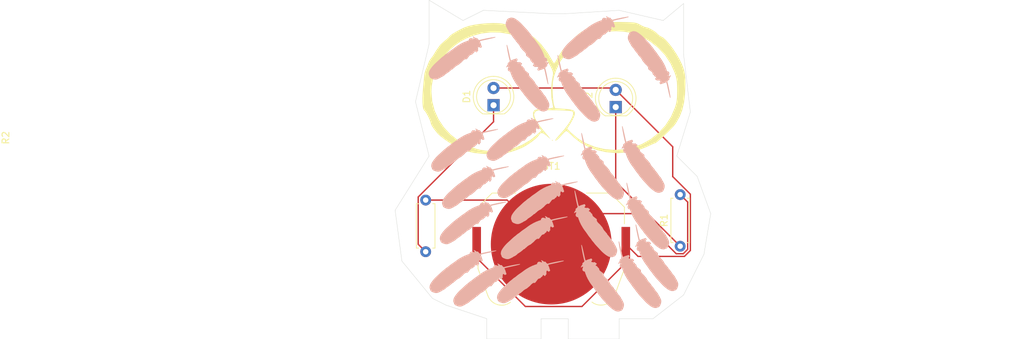
<source format=kicad_pcb>
(kicad_pcb (version 20241229) (generator "pcbnew") (generator_version "9.0")
  (layers (0 "F.Cu" signal) (2 "B.Cu" signal) (13 "F.Paste" user) (15 "B.Paste" user) (5 "F.SilkS" user "F.Silkscreen") (7 "B.SilkS" user "B.Silkscreen") (1 "F.Mask" user) (3 "B.Mask" user) (25 "Edge.Cuts" user))
  (net 0 "")
  (net 1 "Net-(BT1-+)")
  (net 2 "Net-(BT1--)")
  (net 3 "Net-(D1-K)")
  (net 4 "Net-(D2-K)")
  (footprint "Resistor_THT:R_Axial_DIN0207_L6.3mm_D2.5mm_P7.62mm_Horizontal" (layer "F.Cu") (at 173 103.12 90)
    (property "Reference" "R2" (at 16.81 -61.87 90) (layer "F.SilkS"))
    (property "Value" "R")
    (pad "1" thru_hole circle (at 0 0 90) (size 1.6 1.6) (drill 0.8) (layers "*.Cu" "*.Mask") (net 3 "Net-(D1-K)"))
    (pad "2" thru_hole circle (at 7.62 0 90) (size 1.6 1.6) (drill 0.8) (layers "*.Cu" "*.Mask") (net 2 "Net-(BT1--)"))
  )
  (footprint "Resistor_THT:R_Axial_DIN0207_L6.3mm_D2.5mm_P7.62mm_Horizontal" (layer "F.Cu") (at 210.5 102.31 90)
    (property "Reference" "R1" (at 3.81 -2.37 90) (layer "F.SilkS"))
    (property "Value" "R")
    (pad "1" thru_hole circle (at 0 0 90) (size 1.6 1.6) (drill 0.8) (layers "*.Cu" "*.Mask") (net 4 "Net-(D2-K)"))
    (pad "2" thru_hole circle (at 7.62 0 90) (size 1.6 1.6) (drill 0.8) (layers "*.Cu" "*.Mask") (net 2 "Net-(BT1--)"))
  )
  (footprint "LOGO" (layer "F.Cu") (at 192 79)
    (property "Reference" "G***" (hide yes))
    (property "Value" "LOGO" (hide yes))
  )
  (footprint "LED_THT:LED_D5.0mm" (layer "F.Cu") (at 201 81.775 90)
    (property "Reference" "D2" (at 1.27 -3.96 90) (layer "F.SilkS"))
    (property "Value" "LED")
    (pad "1" thru_hole rect (at 0 0 90) (size 1.8 1.8) (drill 0.9) (layers "*.Cu" "*.Mask") (net 4 "Net-(D2-K)"))
    (pad "2" thru_hole circle (at 2.54 0 90) (size 1.8 1.8) (drill 0.9) (layers "*.Cu" "*.Mask") (net 1 "Net-(BT1-+)"))
  )
  (footprint "Battery:BatteryHolder_Keystone_3034_1x20mm" (layer "F.Cu") (at 191.5 102)
    (property "Reference" "BT1" (at 0 -11.5 0) (layer "F.SilkS"))
    (property "Value" "Battery_Cell")
    (pad "1" smd rect (at -10.985 0) (size 1.27 5.08) (layers "F.Cu" "F.Mask" "F.Paste") (net 1 "Net-(BT1-+)"))
    (pad "1" smd rect (at 10.985 0) (size 1.27 5.08) (layers "F.Cu" "F.Mask" "F.Paste") (net 1 "Net-(BT1-+)"))
    (pad "2" smd circle (at 0 0) (size 17.8 17.8) (layers "F.Cu" "F.Mask") (net 2 "Net-(BT1--)"))
  )
  (footprint "LED_THT:LED_D5.0mm" (layer "F.Cu") (at 183 81.5 90)
    (property "Reference" "D1" (at 1.27 -3.96 90) (layer "F.SilkS"))
    (property "Value" "LED")
    (pad "1" thru_hole rect (at 0 0 90) (size 1.8 1.8) (drill 0.9) (layers "*.Cu" "*.Mask") (net 3 "Net-(D1-K)"))
    (pad "2" thru_hole circle (at 2.54 0 90) (size 1.8 1.8) (drill 0.9) (layers "*.Cu" "*.Mask") (net 1 "Net-(BT1-+)"))
  )
  (footprint "LOGO" (layer "B.Cu") (at 199 107.021184 90)
    (property "Reference" "G***" (hide yes))
    (property "Value" "LOGO" (hide yes))
  )
  (footprint "LOGO" (layer "B.Cu") (at 205 89.5 90)
    (property "Reference" "G***" (hide yes))
    (property "Value" "LOGO" (hide yes))
  )
  (footprint "LOGO" (layer "B.Cu") (at 178.373669 74.5)
    (property "Reference" "G***" (hide yes))
    (property "Value" "LOGO" (hide yes))
  )
  (footprint "LOGO" (layer "B.Cu") (at 188.437507 107.5)
    (property "Reference" "G***" (hide yes))
    (property "Value" "LOGO" (hide yes))
  )
  (footprint "LOGO" (layer "B.Cu") (at 188 77.5 90)
    (property "Reference" "G***" (hide yes))
    (property "Value" "LOGO" (hide yes))
  )
  (footprint "LOGO" (layer "B.Cu") (at 206 75.5 -90)
    (property "Reference" "G***" (hide yes))
    (property "Value" "LOGO" (hide yes))
  )
  (footprint "LOGO" (layer "B.Cu") (at 207 104 90)
    (property "Reference" "G***" (hide yes))
    (property "Value" "LOGO" (hide yes))
  )
  (footprint "LOGO" (layer "B.Cu") (at 190.5 95.824166)
    (property "Reference" "G***" (hide yes))
    (property "Value" "LOGO" (hide yes))
  )
  (footprint "LOGO" (layer "B.Cu") (at 205.656581 97.845992 90)
    (property "Reference" "G***" (hide yes))
    (property "Value" "LOGO" (hide yes))
  )
  (footprint "LOGO" (layer "B.Cu") (at 195.5 79 90)
    (property "Reference" "G***" (hide yes))
    (property "Value" "LOGO" (hide yes))
  )
  (footprint "LOGO" (layer "B.Cu") (at 188 73.5 -90)
    (property "Reference" "G***" (hide yes))
    (property "Value" "LOGO" (hide yes))
  )
  (footprint "LOGO" (layer "B.Cu") (at 180.012244 98.799927)
    (property "Reference" "G***" (hide yes))
    (property "Value" "LOGO" (hide yes))
  )
  (footprint "LOGO" (layer "B.Cu") (at 178.748624 88.089388)
    (property "Reference" "G***" (hide yes))
    (property "Value" "LOGO" (hide yes))
  )
  (footprint "LOGO" (layer "B.Cu") (at 199 90.5 90)
    (property "Reference" "G***" (hide yes))
    (property "Value" "LOGO" (hide yes))
  )
  (footprint "LOGO" (layer "B.Cu") (at 198 99 90)
    (property "Reference" "G***" (hide yes))
    (property "Value" "LOGO" (hide yes))
  )
  (footprint "LOGO" (layer "B.Cu") (at 186.904931 86.5)
    (property "Reference" "G***" (hide yes))
    (property "Value" "LOGO" (hide yes))
  )
  (footprint "LOGO" (layer "B.Cu") (at 182 108)
    (property "Reference" "G***" (hide yes))
    (property "Value" "LOGO" (hide yes))
  )
  (footprint "LOGO" (layer "B.Cu") (at 178.5 106)
    (property "Reference" "G***" (hide yes))
    (property "Value" "LOGO" (hide yes))
  )
  (footprint "LOGO" (layer "B.Cu") (at 189 101)
    (property "Reference" "G***" (hide yes))
    (property "Value" "LOGO" (hide yes))
  )
  (footprint "LOGO" (layer "B.Cu") (at 204.5 106.5 90)
    (property "Reference" "G***" (hide yes))
    (property "Value" "LOGO" (hide yes))
  )
  (footprint "LOGO" (layer "B.Cu") (at 198 71.5)
    (property "Reference" "G***" (hide yes))
    (property "Value" "LOGO" (hide yes))
  )
  (footprint "LOGO" (layer "B.Cu") (at 180.343693 93.589388)
    (property "Reference" "G***" (hide yes))
    (property "Value" "LOGO" (hide yes))
  )
  (footprint "LOGO" (layer "B.Cu") (at 188.5 92)
    (property "Reference" "G***" (hide yes))
    (property "Value" "LOGO" (hide yes))
  )
  (gr_line (start 176 111) (end 182 113) (stroke (width 0.05)) (layer "Edge.Cuts"))
  (gr_line (start 190 113) (end 194 113) (stroke (width 0.05)) (layer "Edge.Cuts"))
  (gr_line (start 214 103.5) (end 215 97.5) (stroke (width 0.05)) (layer "Edge.Cuts"))
  (gr_line (start 212 82.5) (end 211 74) (stroke (width 0.05)) (layer "Edge.Cuts"))
  (gr_line (start 194 116) (end 194 113) (stroke (width 0.05)) (layer "Edge.Cuts"))
  (gr_line (start 211 74) (end 211 66.5) (stroke (width 0.05)) (layer "Edge.Cuts"))
  (gr_line (start 213 92) (end 210 89) (stroke (width 0.05)) (layer "Edge.Cuts"))
  (gr_line (start 178.5 69) (end 173.5 66) (stroke (width 0.05)) (layer "Edge.Cuts"))
  (gr_line (start 171.5 81) (end 173.5 72.5) (stroke (width 0.05)) (layer "Edge.Cuts"))
  (gr_line (start 190 116) (end 190 113) (stroke (width 0.05)) (layer "Edge.Cuts"))
  (gr_line (start 181.5 67.5) (end 178.5 69) (stroke (width 0.05)) (layer "Edge.Cuts"))
  (gr_line (start 169.5 104.5) (end 174 110) (stroke (width 0.05)) (layer "Edge.Cuts"))
  (gr_line (start 182 115) (end 182 116) (stroke (width 0.05)) (layer "Edge.Cuts"))
  (gr_line (start 206.5 113) (end 201.5 113) (stroke (width 0.05)) (layer "Edge.Cuts"))
  (gr_line (start 173.5 89) (end 168.5 97) (stroke (width 0.05)) (layer "Edge.Cuts"))
  (gr_line (start 181.5 67.5) (end 191.5 68) (stroke (width 0.05)) (layer "Edge.Cuts"))
  (gr_line (start 173.5 66) (end 173.5 72.5) (stroke (width 0.05)) (layer "Edge.Cuts"))
  (gr_line (start 210 89) (end 212 82.5) (stroke (width 0.05)) (layer "Edge.Cuts"))
  (gr_line (start 206.5 113) (end 211 109.5) (stroke (width 0.05)) (layer "Edge.Cuts"))
  (gr_line (start 193.5 68) (end 191.5 68) (stroke (width 0.05)) (layer "Edge.Cuts"))
  (gr_line (start 215 97.5) (end 213 92) (stroke (width 0.05)) (layer "Edge.Cuts"))
  (gr_line (start 184 116) (end 190 116) (stroke (width 0.05)) (layer "Edge.Cuts"))
  (gr_line (start 184 116) (end 182 116) (stroke (width 0.05)) (layer "Edge.Cuts"))
  (gr_line (start 208 69) (end 201.5 67.5) (stroke (width 0.05)) (layer "Edge.Cuts"))
  (gr_line (start 211 66.5) (end 208 69) (stroke (width 0.05)) (layer "Edge.Cuts"))
  (gr_line (start 174 110) (end 176 111) (stroke (width 0.05)) (layer "Edge.Cuts"))
  (gr_line (start 211 109.5) (end 214 103.5) (stroke (width 0.05)) (layer "Edge.Cuts"))
  (gr_line (start 201.5 116) (end 201.5 113) (stroke (width 0.05)) (layer "Edge.Cuts"))
  (gr_line (start 182 113) (end 182 115) (stroke (width 0.05)) (layer "Edge.Cuts"))
  (gr_line (start 171.5 81) (end 173.5 89) (stroke (width 0.05)) (layer "Edge.Cuts"))
  (gr_line (start 194 116) (end 201.5 116) (stroke (width 0.05)) (layer "Edge.Cuts"))
  (gr_line (start 168.5 97) (end 169.5 104.5) (stroke (width 0.05)) (layer "Edge.Cuts"))
  (gr_line (start 201.5 67.5) (end 193.5 68) (stroke (width 0.05)) (layer "Edge.Cuts"))
  (segment (start 211.12215 103.812) (end 204.297 103.812) (width 0.2) (layer "F.Cu") (net 1))
  (segment (start 180.515 104.027179) (end 180.515 102) (width 0.2) (layer "F.Cu") (net 1))
  (segment (start 202.485 102) (end 202.485 104.74) (width 0.2) (layer "F.Cu") (net 1))
  (segment (start 204.297 103.812) (end 202.485 102) (width 0.2) (layer "F.Cu") (net 1))
  (segment (start 202.485 104.74) (end 196.024 111.201) (width 0.2) (layer "F.Cu") (net 1))
  (segment (start 187.688821 111.201) (end 180.515 104.027179) (width 0.2) (layer "F.Cu") (net 1))
  (segment (start 209.399 92.03195) (end 212.002 94.63495) (width 0.2) (layer "F.Cu") (net 1))
  (segment (start 212.002 102.93215) (end 211.12215 103.812) (width 0.2) (layer "F.Cu") (net 1))
  (segment (start 212.002 94.63495) (end 212.002 102.93215) (width 0.2) (layer "F.Cu") (net 1))
  (segment (start 183 78.96) (end 200.725 78.96) (width 0.2) (layer "F.Cu") (net 1))
  (segment (start 196.024 111.201) (end 187.688821 111.201) (width 0.2) (layer "F.Cu") (net 1))
  (segment (start 200.725 78.96) (end 201 79.235) (width 0.2) (layer "F.Cu") (net 1))
  (segment (start 201 79.235) (end 209.399 87.634) (width 0.2) (layer "F.Cu") (net 1))
  (segment (start 209.399 87.634) (end 209.399 92.03195) (width 0.2) (layer "F.Cu") (net 1))
  (segment (start 196 97.5) (end 191.5 102) (width 0.2) (layer "F.Cu") (net 2))
  (segment (start 210.95605 103.411) (end 209.911 103.411) (width 0.2) (layer "F.Cu") (net 2))
  (segment (start 211.601 102.76605) (end 210.95605 103.411) (width 0.2) (layer "F.Cu") (net 2))
  (segment (start 185 95.5) (end 191.5 102) (width 0.2) (layer "F.Cu") (net 2))
  (segment (start 209.911 103.411) (end 204 97.5) (width 0.2) (layer "F.Cu") (net 2))
  (segment (start 204 97.5) (end 196 97.5) (width 0.2) (layer "F.Cu") (net 2))
  (segment (start 211.601 95.791) (end 211.601 102.76605) (width 0.2) (layer "F.Cu") (net 2))
  (segment (start 210.5 94.69) (end 211.601 95.791) (width 0.2) (layer "F.Cu") (net 2))
  (segment (start 173 95.5) (end 185 95.5) (width 0.2) (layer "F.Cu") (net 2))
  (segment (start 171.899 95.04395) (end 183 83.94295) (width 0.2) (layer "F.Cu") (net 3))
  (segment (start 173 103.12) (end 171.899 102.019) (width 0.2) (layer "F.Cu") (net 3))
  (segment (start 171.899 102.019) (end 171.899 95.04395) (width 0.2) (layer "F.Cu") (net 3))
  (segment (start 183 83.94295) (end 183 81.5) (width 0.2) (layer "F.Cu") (net 3))
  (segment (start 210.5 102.31) (end 201 92.81) (width 0.2) (layer "F.Cu") (net 4))
  (segment (start 201 92.81) (end 201 81.775) (width 0.2) (layer "F.Cu") (net 4))
)
</source>
